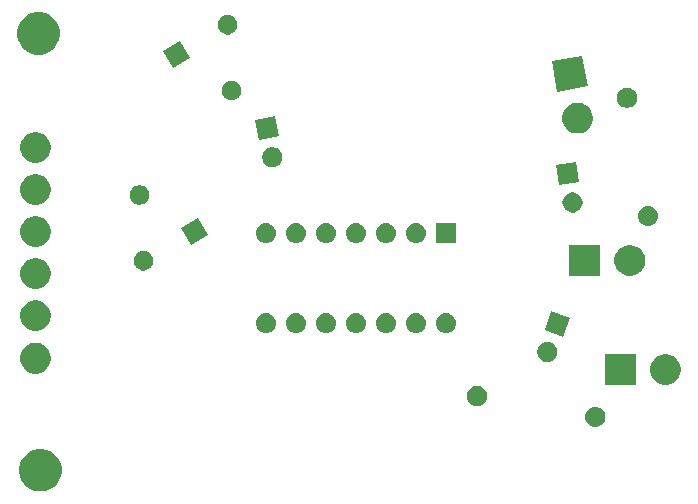
<source format=gbr>
G04 #@! TF.GenerationSoftware,KiCad,Pcbnew,(5.1.2-1)-1*
G04 #@! TF.CreationDate,2021-07-13T12:03:47-04:00*
G04 #@! TF.ProjectId,Ring Modulator - yusynth,52696e67-204d-46f6-9475-6c61746f7220,rev?*
G04 #@! TF.SameCoordinates,Original*
G04 #@! TF.FileFunction,Soldermask,Bot*
G04 #@! TF.FilePolarity,Negative*
%FSLAX46Y46*%
G04 Gerber Fmt 4.6, Leading zero omitted, Abs format (unit mm)*
G04 Created by KiCad (PCBNEW (5.1.2-1)-1) date 2021-07-13 12:03:47*
%MOMM*%
%LPD*%
G04 APERTURE LIST*
%ADD10C,0.100000*%
G04 APERTURE END LIST*
D10*
G36*
X17441731Y-51760611D02*
G01*
X17769492Y-51896374D01*
X18064470Y-52093472D01*
X18315328Y-52344330D01*
X18512426Y-52639308D01*
X18648189Y-52967069D01*
X18717400Y-53315016D01*
X18717400Y-53669784D01*
X18648189Y-54017731D01*
X18512426Y-54345492D01*
X18315328Y-54640470D01*
X18064470Y-54891328D01*
X17769492Y-55088426D01*
X17441731Y-55224189D01*
X17093784Y-55293400D01*
X16739016Y-55293400D01*
X16391069Y-55224189D01*
X16063308Y-55088426D01*
X15768330Y-54891328D01*
X15517472Y-54640470D01*
X15320374Y-54345492D01*
X15184611Y-54017731D01*
X15115400Y-53669784D01*
X15115400Y-53315016D01*
X15184611Y-52967069D01*
X15320374Y-52639308D01*
X15517472Y-52344330D01*
X15768330Y-52093472D01*
X16063308Y-51896374D01*
X16391069Y-51760611D01*
X16739016Y-51691400D01*
X17093784Y-51691400D01*
X17441731Y-51760611D01*
X17441731Y-51760611D01*
G37*
G36*
X64071270Y-48144178D02*
G01*
X64231689Y-48192841D01*
X64364353Y-48263751D01*
X64379525Y-48271861D01*
X64509106Y-48378206D01*
X64615451Y-48507787D01*
X64615452Y-48507789D01*
X64694471Y-48655623D01*
X64743134Y-48816042D01*
X64759564Y-48982865D01*
X64743134Y-49149688D01*
X64694471Y-49310107D01*
X64623561Y-49442771D01*
X64615451Y-49457943D01*
X64509106Y-49587524D01*
X64379525Y-49693869D01*
X64379523Y-49693870D01*
X64231689Y-49772889D01*
X64071270Y-49821552D01*
X63946251Y-49833865D01*
X63862643Y-49833865D01*
X63737624Y-49821552D01*
X63577205Y-49772889D01*
X63429371Y-49693870D01*
X63429369Y-49693869D01*
X63299788Y-49587524D01*
X63193443Y-49457943D01*
X63185333Y-49442771D01*
X63114423Y-49310107D01*
X63065760Y-49149688D01*
X63049330Y-48982865D01*
X63065760Y-48816042D01*
X63114423Y-48655623D01*
X63193442Y-48507789D01*
X63193443Y-48507787D01*
X63299788Y-48378206D01*
X63429369Y-48271861D01*
X63444541Y-48263751D01*
X63577205Y-48192841D01*
X63737624Y-48144178D01*
X63862643Y-48131865D01*
X63946251Y-48131865D01*
X64071270Y-48144178D01*
X64071270Y-48144178D01*
G37*
G36*
X54147028Y-46400303D02*
G01*
X54301900Y-46464453D01*
X54441281Y-46557585D01*
X54559815Y-46676119D01*
X54652947Y-46815500D01*
X54717097Y-46970372D01*
X54749800Y-47134784D01*
X54749800Y-47302416D01*
X54717097Y-47466828D01*
X54652947Y-47621700D01*
X54559815Y-47761081D01*
X54441281Y-47879615D01*
X54301900Y-47972747D01*
X54147028Y-48036897D01*
X53982616Y-48069600D01*
X53814984Y-48069600D01*
X53650572Y-48036897D01*
X53495700Y-47972747D01*
X53356319Y-47879615D01*
X53237785Y-47761081D01*
X53144653Y-47621700D01*
X53080503Y-47466828D01*
X53047800Y-47302416D01*
X53047800Y-47134784D01*
X53080503Y-46970372D01*
X53144653Y-46815500D01*
X53237785Y-46676119D01*
X53356319Y-46557585D01*
X53495700Y-46464453D01*
X53650572Y-46400303D01*
X53814984Y-46367600D01*
X53982616Y-46367600D01*
X54147028Y-46400303D01*
X54147028Y-46400303D01*
G37*
G36*
X70229393Y-43707304D02*
G01*
X70466101Y-43805352D01*
X70466103Y-43805353D01*
X70679135Y-43947696D01*
X70860304Y-44128865D01*
X71002647Y-44341897D01*
X71002648Y-44341899D01*
X71100696Y-44578607D01*
X71150680Y-44829893D01*
X71150680Y-45086107D01*
X71100696Y-45337393D01*
X71002648Y-45574101D01*
X71002647Y-45574103D01*
X70860304Y-45787135D01*
X70679135Y-45968304D01*
X70466103Y-46110647D01*
X70466102Y-46110648D01*
X70466101Y-46110648D01*
X70229393Y-46208696D01*
X69978107Y-46258680D01*
X69721893Y-46258680D01*
X69470607Y-46208696D01*
X69233899Y-46110648D01*
X69233898Y-46110648D01*
X69233897Y-46110647D01*
X69020865Y-45968304D01*
X68839696Y-45787135D01*
X68697353Y-45574103D01*
X68697352Y-45574101D01*
X68599304Y-45337393D01*
X68549320Y-45086107D01*
X68549320Y-44829893D01*
X68599304Y-44578607D01*
X68697352Y-44341899D01*
X68697353Y-44341897D01*
X68839696Y-44128865D01*
X69020865Y-43947696D01*
X69233897Y-43805353D01*
X69233899Y-43805352D01*
X69470607Y-43707304D01*
X69721893Y-43657320D01*
X69978107Y-43657320D01*
X70229393Y-43707304D01*
X70229393Y-43707304D01*
G37*
G36*
X67340680Y-46258680D02*
G01*
X64739320Y-46258680D01*
X64739320Y-43657320D01*
X67340680Y-43657320D01*
X67340680Y-46258680D01*
X67340680Y-46258680D01*
G37*
G36*
X16889393Y-42767504D02*
G01*
X17055280Y-42836217D01*
X17126103Y-42865553D01*
X17339135Y-43007896D01*
X17520304Y-43189065D01*
X17662647Y-43402097D01*
X17662648Y-43402099D01*
X17760696Y-43638807D01*
X17810680Y-43890093D01*
X17810680Y-44146307D01*
X17760696Y-44397593D01*
X17685717Y-44578607D01*
X17662647Y-44634303D01*
X17520304Y-44847335D01*
X17339135Y-45028504D01*
X17126103Y-45170847D01*
X17126102Y-45170848D01*
X17126101Y-45170848D01*
X16889393Y-45268896D01*
X16638107Y-45318880D01*
X16381893Y-45318880D01*
X16130607Y-45268896D01*
X15893899Y-45170848D01*
X15893898Y-45170848D01*
X15893897Y-45170847D01*
X15680865Y-45028504D01*
X15499696Y-44847335D01*
X15357353Y-44634303D01*
X15334283Y-44578607D01*
X15259304Y-44397593D01*
X15209320Y-44146307D01*
X15209320Y-43890093D01*
X15259304Y-43638807D01*
X15357352Y-43402099D01*
X15357353Y-43402097D01*
X15499696Y-43189065D01*
X15680865Y-43007896D01*
X15893897Y-42865553D01*
X15964720Y-42836217D01*
X16130607Y-42767504D01*
X16381893Y-42717520D01*
X16638107Y-42717520D01*
X16889393Y-42767504D01*
X16889393Y-42767504D01*
G37*
G36*
X60099178Y-42678935D02*
G01*
X60254050Y-42743085D01*
X60393431Y-42836217D01*
X60511965Y-42954751D01*
X60605097Y-43094132D01*
X60669247Y-43249004D01*
X60701950Y-43413416D01*
X60701950Y-43581048D01*
X60669247Y-43745460D01*
X60605097Y-43900332D01*
X60511965Y-44039713D01*
X60393431Y-44158247D01*
X60254050Y-44251379D01*
X60099178Y-44315529D01*
X59934766Y-44348232D01*
X59767134Y-44348232D01*
X59602722Y-44315529D01*
X59447850Y-44251379D01*
X59308469Y-44158247D01*
X59189935Y-44039713D01*
X59096803Y-43900332D01*
X59032653Y-43745460D01*
X58999950Y-43581048D01*
X58999950Y-43413416D01*
X59032653Y-43249004D01*
X59096803Y-43094132D01*
X59189935Y-42954751D01*
X59308469Y-42836217D01*
X59447850Y-42743085D01*
X59602722Y-42678935D01*
X59767134Y-42646232D01*
X59934766Y-42646232D01*
X60099178Y-42678935D01*
X60099178Y-42678935D01*
G37*
G36*
X61796738Y-40639381D02*
G01*
X61214619Y-42238738D01*
X59615262Y-41656619D01*
X60197381Y-40057262D01*
X61796738Y-40639381D01*
X61796738Y-40639381D01*
G37*
G36*
X41264023Y-40207713D02*
G01*
X41424442Y-40256376D01*
X41557106Y-40327286D01*
X41572278Y-40335396D01*
X41701859Y-40441741D01*
X41808204Y-40571322D01*
X41808205Y-40571324D01*
X41887224Y-40719158D01*
X41935887Y-40879577D01*
X41952317Y-41046400D01*
X41935887Y-41213223D01*
X41887224Y-41373642D01*
X41861534Y-41421704D01*
X41808204Y-41521478D01*
X41701859Y-41651059D01*
X41572278Y-41757404D01*
X41572276Y-41757405D01*
X41424442Y-41836424D01*
X41264023Y-41885087D01*
X41139004Y-41897400D01*
X41055396Y-41897400D01*
X40930377Y-41885087D01*
X40769958Y-41836424D01*
X40622124Y-41757405D01*
X40622122Y-41757404D01*
X40492541Y-41651059D01*
X40386196Y-41521478D01*
X40332866Y-41421704D01*
X40307176Y-41373642D01*
X40258513Y-41213223D01*
X40242083Y-41046400D01*
X40258513Y-40879577D01*
X40307176Y-40719158D01*
X40386195Y-40571324D01*
X40386196Y-40571322D01*
X40492541Y-40441741D01*
X40622122Y-40335396D01*
X40637294Y-40327286D01*
X40769958Y-40256376D01*
X40930377Y-40207713D01*
X41055396Y-40195400D01*
X41139004Y-40195400D01*
X41264023Y-40207713D01*
X41264023Y-40207713D01*
G37*
G36*
X36184023Y-40207713D02*
G01*
X36344442Y-40256376D01*
X36477106Y-40327286D01*
X36492278Y-40335396D01*
X36621859Y-40441741D01*
X36728204Y-40571322D01*
X36728205Y-40571324D01*
X36807224Y-40719158D01*
X36855887Y-40879577D01*
X36872317Y-41046400D01*
X36855887Y-41213223D01*
X36807224Y-41373642D01*
X36781534Y-41421704D01*
X36728204Y-41521478D01*
X36621859Y-41651059D01*
X36492278Y-41757404D01*
X36492276Y-41757405D01*
X36344442Y-41836424D01*
X36184023Y-41885087D01*
X36059004Y-41897400D01*
X35975396Y-41897400D01*
X35850377Y-41885087D01*
X35689958Y-41836424D01*
X35542124Y-41757405D01*
X35542122Y-41757404D01*
X35412541Y-41651059D01*
X35306196Y-41521478D01*
X35252866Y-41421704D01*
X35227176Y-41373642D01*
X35178513Y-41213223D01*
X35162083Y-41046400D01*
X35178513Y-40879577D01*
X35227176Y-40719158D01*
X35306195Y-40571324D01*
X35306196Y-40571322D01*
X35412541Y-40441741D01*
X35542122Y-40335396D01*
X35557294Y-40327286D01*
X35689958Y-40256376D01*
X35850377Y-40207713D01*
X35975396Y-40195400D01*
X36059004Y-40195400D01*
X36184023Y-40207713D01*
X36184023Y-40207713D01*
G37*
G36*
X43804023Y-40207713D02*
G01*
X43964442Y-40256376D01*
X44097106Y-40327286D01*
X44112278Y-40335396D01*
X44241859Y-40441741D01*
X44348204Y-40571322D01*
X44348205Y-40571324D01*
X44427224Y-40719158D01*
X44475887Y-40879577D01*
X44492317Y-41046400D01*
X44475887Y-41213223D01*
X44427224Y-41373642D01*
X44401534Y-41421704D01*
X44348204Y-41521478D01*
X44241859Y-41651059D01*
X44112278Y-41757404D01*
X44112276Y-41757405D01*
X43964442Y-41836424D01*
X43804023Y-41885087D01*
X43679004Y-41897400D01*
X43595396Y-41897400D01*
X43470377Y-41885087D01*
X43309958Y-41836424D01*
X43162124Y-41757405D01*
X43162122Y-41757404D01*
X43032541Y-41651059D01*
X42926196Y-41521478D01*
X42872866Y-41421704D01*
X42847176Y-41373642D01*
X42798513Y-41213223D01*
X42782083Y-41046400D01*
X42798513Y-40879577D01*
X42847176Y-40719158D01*
X42926195Y-40571324D01*
X42926196Y-40571322D01*
X43032541Y-40441741D01*
X43162122Y-40335396D01*
X43177294Y-40327286D01*
X43309958Y-40256376D01*
X43470377Y-40207713D01*
X43595396Y-40195400D01*
X43679004Y-40195400D01*
X43804023Y-40207713D01*
X43804023Y-40207713D01*
G37*
G36*
X46344023Y-40207713D02*
G01*
X46504442Y-40256376D01*
X46637106Y-40327286D01*
X46652278Y-40335396D01*
X46781859Y-40441741D01*
X46888204Y-40571322D01*
X46888205Y-40571324D01*
X46967224Y-40719158D01*
X47015887Y-40879577D01*
X47032317Y-41046400D01*
X47015887Y-41213223D01*
X46967224Y-41373642D01*
X46941534Y-41421704D01*
X46888204Y-41521478D01*
X46781859Y-41651059D01*
X46652278Y-41757404D01*
X46652276Y-41757405D01*
X46504442Y-41836424D01*
X46344023Y-41885087D01*
X46219004Y-41897400D01*
X46135396Y-41897400D01*
X46010377Y-41885087D01*
X45849958Y-41836424D01*
X45702124Y-41757405D01*
X45702122Y-41757404D01*
X45572541Y-41651059D01*
X45466196Y-41521478D01*
X45412866Y-41421704D01*
X45387176Y-41373642D01*
X45338513Y-41213223D01*
X45322083Y-41046400D01*
X45338513Y-40879577D01*
X45387176Y-40719158D01*
X45466195Y-40571324D01*
X45466196Y-40571322D01*
X45572541Y-40441741D01*
X45702122Y-40335396D01*
X45717294Y-40327286D01*
X45849958Y-40256376D01*
X46010377Y-40207713D01*
X46135396Y-40195400D01*
X46219004Y-40195400D01*
X46344023Y-40207713D01*
X46344023Y-40207713D01*
G37*
G36*
X48884023Y-40207713D02*
G01*
X49044442Y-40256376D01*
X49177106Y-40327286D01*
X49192278Y-40335396D01*
X49321859Y-40441741D01*
X49428204Y-40571322D01*
X49428205Y-40571324D01*
X49507224Y-40719158D01*
X49555887Y-40879577D01*
X49572317Y-41046400D01*
X49555887Y-41213223D01*
X49507224Y-41373642D01*
X49481534Y-41421704D01*
X49428204Y-41521478D01*
X49321859Y-41651059D01*
X49192278Y-41757404D01*
X49192276Y-41757405D01*
X49044442Y-41836424D01*
X48884023Y-41885087D01*
X48759004Y-41897400D01*
X48675396Y-41897400D01*
X48550377Y-41885087D01*
X48389958Y-41836424D01*
X48242124Y-41757405D01*
X48242122Y-41757404D01*
X48112541Y-41651059D01*
X48006196Y-41521478D01*
X47952866Y-41421704D01*
X47927176Y-41373642D01*
X47878513Y-41213223D01*
X47862083Y-41046400D01*
X47878513Y-40879577D01*
X47927176Y-40719158D01*
X48006195Y-40571324D01*
X48006196Y-40571322D01*
X48112541Y-40441741D01*
X48242122Y-40335396D01*
X48257294Y-40327286D01*
X48389958Y-40256376D01*
X48550377Y-40207713D01*
X48675396Y-40195400D01*
X48759004Y-40195400D01*
X48884023Y-40207713D01*
X48884023Y-40207713D01*
G37*
G36*
X51424023Y-40207713D02*
G01*
X51584442Y-40256376D01*
X51717106Y-40327286D01*
X51732278Y-40335396D01*
X51861859Y-40441741D01*
X51968204Y-40571322D01*
X51968205Y-40571324D01*
X52047224Y-40719158D01*
X52095887Y-40879577D01*
X52112317Y-41046400D01*
X52095887Y-41213223D01*
X52047224Y-41373642D01*
X52021534Y-41421704D01*
X51968204Y-41521478D01*
X51861859Y-41651059D01*
X51732278Y-41757404D01*
X51732276Y-41757405D01*
X51584442Y-41836424D01*
X51424023Y-41885087D01*
X51299004Y-41897400D01*
X51215396Y-41897400D01*
X51090377Y-41885087D01*
X50929958Y-41836424D01*
X50782124Y-41757405D01*
X50782122Y-41757404D01*
X50652541Y-41651059D01*
X50546196Y-41521478D01*
X50492866Y-41421704D01*
X50467176Y-41373642D01*
X50418513Y-41213223D01*
X50402083Y-41046400D01*
X50418513Y-40879577D01*
X50467176Y-40719158D01*
X50546195Y-40571324D01*
X50546196Y-40571322D01*
X50652541Y-40441741D01*
X50782122Y-40335396D01*
X50797294Y-40327286D01*
X50929958Y-40256376D01*
X51090377Y-40207713D01*
X51215396Y-40195400D01*
X51299004Y-40195400D01*
X51424023Y-40207713D01*
X51424023Y-40207713D01*
G37*
G36*
X38724023Y-40207713D02*
G01*
X38884442Y-40256376D01*
X39017106Y-40327286D01*
X39032278Y-40335396D01*
X39161859Y-40441741D01*
X39268204Y-40571322D01*
X39268205Y-40571324D01*
X39347224Y-40719158D01*
X39395887Y-40879577D01*
X39412317Y-41046400D01*
X39395887Y-41213223D01*
X39347224Y-41373642D01*
X39321534Y-41421704D01*
X39268204Y-41521478D01*
X39161859Y-41651059D01*
X39032278Y-41757404D01*
X39032276Y-41757405D01*
X38884442Y-41836424D01*
X38724023Y-41885087D01*
X38599004Y-41897400D01*
X38515396Y-41897400D01*
X38390377Y-41885087D01*
X38229958Y-41836424D01*
X38082124Y-41757405D01*
X38082122Y-41757404D01*
X37952541Y-41651059D01*
X37846196Y-41521478D01*
X37792866Y-41421704D01*
X37767176Y-41373642D01*
X37718513Y-41213223D01*
X37702083Y-41046400D01*
X37718513Y-40879577D01*
X37767176Y-40719158D01*
X37846195Y-40571324D01*
X37846196Y-40571322D01*
X37952541Y-40441741D01*
X38082122Y-40335396D01*
X38097294Y-40327286D01*
X38229958Y-40256376D01*
X38390377Y-40207713D01*
X38515396Y-40195400D01*
X38599004Y-40195400D01*
X38724023Y-40207713D01*
X38724023Y-40207713D01*
G37*
G36*
X16889393Y-39160704D02*
G01*
X17126101Y-39258752D01*
X17126103Y-39258753D01*
X17339135Y-39401096D01*
X17520304Y-39582265D01*
X17662647Y-39795297D01*
X17662648Y-39795299D01*
X17760696Y-40032007D01*
X17810680Y-40283293D01*
X17810680Y-40539507D01*
X17760696Y-40790793D01*
X17723921Y-40879575D01*
X17662647Y-41027503D01*
X17520304Y-41240535D01*
X17339135Y-41421704D01*
X17126103Y-41564047D01*
X17126102Y-41564048D01*
X17126101Y-41564048D01*
X16889393Y-41662096D01*
X16638107Y-41712080D01*
X16381893Y-41712080D01*
X16130607Y-41662096D01*
X15893899Y-41564048D01*
X15893898Y-41564048D01*
X15893897Y-41564047D01*
X15680865Y-41421704D01*
X15499696Y-41240535D01*
X15357353Y-41027503D01*
X15296079Y-40879575D01*
X15259304Y-40790793D01*
X15209320Y-40539507D01*
X15209320Y-40283293D01*
X15259304Y-40032007D01*
X15357352Y-39795299D01*
X15357353Y-39795297D01*
X15499696Y-39582265D01*
X15680865Y-39401096D01*
X15893897Y-39258753D01*
X15893899Y-39258752D01*
X16130607Y-39160704D01*
X16381893Y-39110720D01*
X16638107Y-39110720D01*
X16889393Y-39160704D01*
X16889393Y-39160704D01*
G37*
G36*
X16889393Y-35579304D02*
G01*
X17126101Y-35677352D01*
X17126103Y-35677353D01*
X17339135Y-35819696D01*
X17520304Y-36000865D01*
X17662647Y-36213897D01*
X17662648Y-36213899D01*
X17760696Y-36450607D01*
X17810680Y-36701893D01*
X17810680Y-36958107D01*
X17760696Y-37209393D01*
X17662648Y-37446101D01*
X17662647Y-37446103D01*
X17520304Y-37659135D01*
X17339135Y-37840304D01*
X17126103Y-37982647D01*
X17126102Y-37982648D01*
X17126101Y-37982648D01*
X16889393Y-38080696D01*
X16638107Y-38130680D01*
X16381893Y-38130680D01*
X16130607Y-38080696D01*
X15893899Y-37982648D01*
X15893898Y-37982648D01*
X15893897Y-37982647D01*
X15680865Y-37840304D01*
X15499696Y-37659135D01*
X15357353Y-37446103D01*
X15357352Y-37446101D01*
X15259304Y-37209393D01*
X15209320Y-36958107D01*
X15209320Y-36701893D01*
X15259304Y-36450607D01*
X15357352Y-36213899D01*
X15357353Y-36213897D01*
X15499696Y-36000865D01*
X15680865Y-35819696D01*
X15893897Y-35677353D01*
X15893899Y-35677352D01*
X16130607Y-35579304D01*
X16381893Y-35529320D01*
X16638107Y-35529320D01*
X16889393Y-35579304D01*
X16889393Y-35579304D01*
G37*
G36*
X67206793Y-34487104D02*
G01*
X67418219Y-34574680D01*
X67443503Y-34585153D01*
X67656535Y-34727496D01*
X67837704Y-34908665D01*
X67980047Y-35121697D01*
X67980048Y-35121699D01*
X68078096Y-35358407D01*
X68128080Y-35609693D01*
X68128080Y-35865907D01*
X68078096Y-36117193D01*
X68002149Y-36300545D01*
X67980047Y-36353903D01*
X67837704Y-36566935D01*
X67656535Y-36748104D01*
X67443503Y-36890447D01*
X67443502Y-36890448D01*
X67443501Y-36890448D01*
X67206793Y-36988496D01*
X66955507Y-37038480D01*
X66699293Y-37038480D01*
X66448007Y-36988496D01*
X66211299Y-36890448D01*
X66211298Y-36890448D01*
X66211297Y-36890447D01*
X65998265Y-36748104D01*
X65817096Y-36566935D01*
X65674753Y-36353903D01*
X65652651Y-36300545D01*
X65576704Y-36117193D01*
X65526720Y-35865907D01*
X65526720Y-35609693D01*
X65576704Y-35358407D01*
X65674752Y-35121699D01*
X65674753Y-35121697D01*
X65817096Y-34908665D01*
X65998265Y-34727496D01*
X66211297Y-34585153D01*
X66236581Y-34574680D01*
X66448007Y-34487104D01*
X66699293Y-34437120D01*
X66955507Y-34437120D01*
X67206793Y-34487104D01*
X67206793Y-34487104D01*
G37*
G36*
X64318080Y-37038480D02*
G01*
X61716720Y-37038480D01*
X61716720Y-34437120D01*
X64318080Y-34437120D01*
X64318080Y-37038480D01*
X64318080Y-37038480D01*
G37*
G36*
X25882808Y-34979742D02*
G01*
X26033131Y-35042008D01*
X26168418Y-35132404D01*
X26283469Y-35247455D01*
X26373865Y-35382742D01*
X26436131Y-35533065D01*
X26467873Y-35692646D01*
X26467873Y-35855354D01*
X26436131Y-36014935D01*
X26373865Y-36165258D01*
X26283469Y-36300545D01*
X26168418Y-36415596D01*
X26033131Y-36505992D01*
X25882808Y-36568258D01*
X25723227Y-36600000D01*
X25560519Y-36600000D01*
X25400938Y-36568258D01*
X25250615Y-36505992D01*
X25115328Y-36415596D01*
X25000277Y-36300545D01*
X24909881Y-36165258D01*
X24847615Y-36014935D01*
X24815873Y-35855354D01*
X24815873Y-35692646D01*
X24847615Y-35533065D01*
X24909881Y-35382742D01*
X25000277Y-35247455D01*
X25115328Y-35132404D01*
X25250615Y-35042008D01*
X25400938Y-34979742D01*
X25560519Y-34948000D01*
X25723227Y-34948000D01*
X25882808Y-34979742D01*
X25882808Y-34979742D01*
G37*
G36*
X16889393Y-32023304D02*
G01*
X17126101Y-32121352D01*
X17126103Y-32121353D01*
X17339135Y-32263696D01*
X17520304Y-32444865D01*
X17648267Y-32636376D01*
X17662648Y-32657899D01*
X17760696Y-32894607D01*
X17810680Y-33145893D01*
X17810680Y-33402107D01*
X17760696Y-33653393D01*
X17719171Y-33753642D01*
X17662647Y-33890103D01*
X17520304Y-34103135D01*
X17339135Y-34284304D01*
X17126103Y-34426647D01*
X17126102Y-34426648D01*
X17126101Y-34426648D01*
X16889393Y-34524696D01*
X16638107Y-34574680D01*
X16381893Y-34574680D01*
X16130607Y-34524696D01*
X15893899Y-34426648D01*
X15893898Y-34426648D01*
X15893897Y-34426647D01*
X15680865Y-34284304D01*
X15499696Y-34103135D01*
X15357353Y-33890103D01*
X15300829Y-33753642D01*
X15259304Y-33653393D01*
X15209320Y-33402107D01*
X15209320Y-33145893D01*
X15259304Y-32894607D01*
X15357352Y-32657899D01*
X15371733Y-32636376D01*
X15499696Y-32444865D01*
X15680865Y-32263696D01*
X15893897Y-32121353D01*
X15893899Y-32121352D01*
X16130607Y-32023304D01*
X16381893Y-31973320D01*
X16638107Y-31973320D01*
X16889393Y-32023304D01*
X16889393Y-32023304D01*
G37*
G36*
X31100338Y-33576337D02*
G01*
X29669663Y-34402338D01*
X28843662Y-32971663D01*
X30274337Y-32145662D01*
X31100338Y-33576337D01*
X31100338Y-33576337D01*
G37*
G36*
X52108200Y-34277400D02*
G01*
X50406200Y-34277400D01*
X50406200Y-32575400D01*
X52108200Y-32575400D01*
X52108200Y-34277400D01*
X52108200Y-34277400D01*
G37*
G36*
X46344023Y-32587713D02*
G01*
X46504442Y-32636376D01*
X46637106Y-32707286D01*
X46652278Y-32715396D01*
X46781859Y-32821741D01*
X46888204Y-32951322D01*
X46888205Y-32951324D01*
X46967224Y-33099158D01*
X47015887Y-33259577D01*
X47032317Y-33426400D01*
X47015887Y-33593223D01*
X46967224Y-33753642D01*
X46896314Y-33886306D01*
X46888204Y-33901478D01*
X46781859Y-34031059D01*
X46652278Y-34137404D01*
X46652276Y-34137405D01*
X46504442Y-34216424D01*
X46344023Y-34265087D01*
X46219004Y-34277400D01*
X46135396Y-34277400D01*
X46010377Y-34265087D01*
X45849958Y-34216424D01*
X45702124Y-34137405D01*
X45702122Y-34137404D01*
X45572541Y-34031059D01*
X45466196Y-33901478D01*
X45458086Y-33886306D01*
X45387176Y-33753642D01*
X45338513Y-33593223D01*
X45322083Y-33426400D01*
X45338513Y-33259577D01*
X45387176Y-33099158D01*
X45466195Y-32951324D01*
X45466196Y-32951322D01*
X45572541Y-32821741D01*
X45702122Y-32715396D01*
X45717294Y-32707286D01*
X45849958Y-32636376D01*
X46010377Y-32587713D01*
X46135396Y-32575400D01*
X46219004Y-32575400D01*
X46344023Y-32587713D01*
X46344023Y-32587713D01*
G37*
G36*
X43804023Y-32587713D02*
G01*
X43964442Y-32636376D01*
X44097106Y-32707286D01*
X44112278Y-32715396D01*
X44241859Y-32821741D01*
X44348204Y-32951322D01*
X44348205Y-32951324D01*
X44427224Y-33099158D01*
X44475887Y-33259577D01*
X44492317Y-33426400D01*
X44475887Y-33593223D01*
X44427224Y-33753642D01*
X44356314Y-33886306D01*
X44348204Y-33901478D01*
X44241859Y-34031059D01*
X44112278Y-34137404D01*
X44112276Y-34137405D01*
X43964442Y-34216424D01*
X43804023Y-34265087D01*
X43679004Y-34277400D01*
X43595396Y-34277400D01*
X43470377Y-34265087D01*
X43309958Y-34216424D01*
X43162124Y-34137405D01*
X43162122Y-34137404D01*
X43032541Y-34031059D01*
X42926196Y-33901478D01*
X42918086Y-33886306D01*
X42847176Y-33753642D01*
X42798513Y-33593223D01*
X42782083Y-33426400D01*
X42798513Y-33259577D01*
X42847176Y-33099158D01*
X42926195Y-32951324D01*
X42926196Y-32951322D01*
X43032541Y-32821741D01*
X43162122Y-32715396D01*
X43177294Y-32707286D01*
X43309958Y-32636376D01*
X43470377Y-32587713D01*
X43595396Y-32575400D01*
X43679004Y-32575400D01*
X43804023Y-32587713D01*
X43804023Y-32587713D01*
G37*
G36*
X41264023Y-32587713D02*
G01*
X41424442Y-32636376D01*
X41557106Y-32707286D01*
X41572278Y-32715396D01*
X41701859Y-32821741D01*
X41808204Y-32951322D01*
X41808205Y-32951324D01*
X41887224Y-33099158D01*
X41935887Y-33259577D01*
X41952317Y-33426400D01*
X41935887Y-33593223D01*
X41887224Y-33753642D01*
X41816314Y-33886306D01*
X41808204Y-33901478D01*
X41701859Y-34031059D01*
X41572278Y-34137404D01*
X41572276Y-34137405D01*
X41424442Y-34216424D01*
X41264023Y-34265087D01*
X41139004Y-34277400D01*
X41055396Y-34277400D01*
X40930377Y-34265087D01*
X40769958Y-34216424D01*
X40622124Y-34137405D01*
X40622122Y-34137404D01*
X40492541Y-34031059D01*
X40386196Y-33901478D01*
X40378086Y-33886306D01*
X40307176Y-33753642D01*
X40258513Y-33593223D01*
X40242083Y-33426400D01*
X40258513Y-33259577D01*
X40307176Y-33099158D01*
X40386195Y-32951324D01*
X40386196Y-32951322D01*
X40492541Y-32821741D01*
X40622122Y-32715396D01*
X40637294Y-32707286D01*
X40769958Y-32636376D01*
X40930377Y-32587713D01*
X41055396Y-32575400D01*
X41139004Y-32575400D01*
X41264023Y-32587713D01*
X41264023Y-32587713D01*
G37*
G36*
X38724023Y-32587713D02*
G01*
X38884442Y-32636376D01*
X39017106Y-32707286D01*
X39032278Y-32715396D01*
X39161859Y-32821741D01*
X39268204Y-32951322D01*
X39268205Y-32951324D01*
X39347224Y-33099158D01*
X39395887Y-33259577D01*
X39412317Y-33426400D01*
X39395887Y-33593223D01*
X39347224Y-33753642D01*
X39276314Y-33886306D01*
X39268204Y-33901478D01*
X39161859Y-34031059D01*
X39032278Y-34137404D01*
X39032276Y-34137405D01*
X38884442Y-34216424D01*
X38724023Y-34265087D01*
X38599004Y-34277400D01*
X38515396Y-34277400D01*
X38390377Y-34265087D01*
X38229958Y-34216424D01*
X38082124Y-34137405D01*
X38082122Y-34137404D01*
X37952541Y-34031059D01*
X37846196Y-33901478D01*
X37838086Y-33886306D01*
X37767176Y-33753642D01*
X37718513Y-33593223D01*
X37702083Y-33426400D01*
X37718513Y-33259577D01*
X37767176Y-33099158D01*
X37846195Y-32951324D01*
X37846196Y-32951322D01*
X37952541Y-32821741D01*
X38082122Y-32715396D01*
X38097294Y-32707286D01*
X38229958Y-32636376D01*
X38390377Y-32587713D01*
X38515396Y-32575400D01*
X38599004Y-32575400D01*
X38724023Y-32587713D01*
X38724023Y-32587713D01*
G37*
G36*
X36184023Y-32587713D02*
G01*
X36344442Y-32636376D01*
X36477106Y-32707286D01*
X36492278Y-32715396D01*
X36621859Y-32821741D01*
X36728204Y-32951322D01*
X36728205Y-32951324D01*
X36807224Y-33099158D01*
X36855887Y-33259577D01*
X36872317Y-33426400D01*
X36855887Y-33593223D01*
X36807224Y-33753642D01*
X36736314Y-33886306D01*
X36728204Y-33901478D01*
X36621859Y-34031059D01*
X36492278Y-34137404D01*
X36492276Y-34137405D01*
X36344442Y-34216424D01*
X36184023Y-34265087D01*
X36059004Y-34277400D01*
X35975396Y-34277400D01*
X35850377Y-34265087D01*
X35689958Y-34216424D01*
X35542124Y-34137405D01*
X35542122Y-34137404D01*
X35412541Y-34031059D01*
X35306196Y-33901478D01*
X35298086Y-33886306D01*
X35227176Y-33753642D01*
X35178513Y-33593223D01*
X35162083Y-33426400D01*
X35178513Y-33259577D01*
X35227176Y-33099158D01*
X35306195Y-32951324D01*
X35306196Y-32951322D01*
X35412541Y-32821741D01*
X35542122Y-32715396D01*
X35557294Y-32707286D01*
X35689958Y-32636376D01*
X35850377Y-32587713D01*
X35975396Y-32575400D01*
X36059004Y-32575400D01*
X36184023Y-32587713D01*
X36184023Y-32587713D01*
G37*
G36*
X48884023Y-32587713D02*
G01*
X49044442Y-32636376D01*
X49177106Y-32707286D01*
X49192278Y-32715396D01*
X49321859Y-32821741D01*
X49428204Y-32951322D01*
X49428205Y-32951324D01*
X49507224Y-33099158D01*
X49555887Y-33259577D01*
X49572317Y-33426400D01*
X49555887Y-33593223D01*
X49507224Y-33753642D01*
X49436314Y-33886306D01*
X49428204Y-33901478D01*
X49321859Y-34031059D01*
X49192278Y-34137404D01*
X49192276Y-34137405D01*
X49044442Y-34216424D01*
X48884023Y-34265087D01*
X48759004Y-34277400D01*
X48675396Y-34277400D01*
X48550377Y-34265087D01*
X48389958Y-34216424D01*
X48242124Y-34137405D01*
X48242122Y-34137404D01*
X48112541Y-34031059D01*
X48006196Y-33901478D01*
X47998086Y-33886306D01*
X47927176Y-33753642D01*
X47878513Y-33593223D01*
X47862083Y-33426400D01*
X47878513Y-33259577D01*
X47927176Y-33099158D01*
X48006195Y-32951324D01*
X48006196Y-32951322D01*
X48112541Y-32821741D01*
X48242122Y-32715396D01*
X48257294Y-32707286D01*
X48389958Y-32636376D01*
X48550377Y-32587713D01*
X48675396Y-32575400D01*
X48759004Y-32575400D01*
X48884023Y-32587713D01*
X48884023Y-32587713D01*
G37*
G36*
X68529888Y-31137960D02*
G01*
X68690307Y-31186623D01*
X68784398Y-31236916D01*
X68838143Y-31265643D01*
X68967724Y-31371988D01*
X69074069Y-31501569D01*
X69074070Y-31501571D01*
X69153089Y-31649405D01*
X69201752Y-31809824D01*
X69218182Y-31976647D01*
X69201752Y-32143470D01*
X69153089Y-32303889D01*
X69082179Y-32436553D01*
X69074069Y-32451725D01*
X68967724Y-32581306D01*
X68838143Y-32687651D01*
X68838141Y-32687652D01*
X68690307Y-32766671D01*
X68529888Y-32815334D01*
X68404869Y-32827647D01*
X68321261Y-32827647D01*
X68196242Y-32815334D01*
X68035823Y-32766671D01*
X67887989Y-32687652D01*
X67887987Y-32687651D01*
X67758406Y-32581306D01*
X67652061Y-32451725D01*
X67643951Y-32436553D01*
X67573041Y-32303889D01*
X67524378Y-32143470D01*
X67507948Y-31976647D01*
X67524378Y-31809824D01*
X67573041Y-31649405D01*
X67652060Y-31501571D01*
X67652061Y-31501569D01*
X67758406Y-31371988D01*
X67887987Y-31265643D01*
X67941732Y-31236916D01*
X68035823Y-31186623D01*
X68196242Y-31137960D01*
X68321261Y-31125647D01*
X68404869Y-31125647D01*
X68529888Y-31137960D01*
X68529888Y-31137960D01*
G37*
G36*
X62226548Y-30015522D02*
G01*
X62381420Y-30079672D01*
X62520801Y-30172804D01*
X62639335Y-30291338D01*
X62732467Y-30430719D01*
X62796617Y-30585591D01*
X62829320Y-30750003D01*
X62829320Y-30917635D01*
X62796617Y-31082047D01*
X62732467Y-31236919D01*
X62639335Y-31376300D01*
X62520801Y-31494834D01*
X62381420Y-31587966D01*
X62226548Y-31652116D01*
X62062136Y-31684819D01*
X61894504Y-31684819D01*
X61730092Y-31652116D01*
X61575220Y-31587966D01*
X61435839Y-31494834D01*
X61317305Y-31376300D01*
X61224173Y-31236919D01*
X61160023Y-31082047D01*
X61127320Y-30917635D01*
X61127320Y-30750003D01*
X61160023Y-30585591D01*
X61224173Y-30430719D01*
X61317305Y-30291338D01*
X61435839Y-30172804D01*
X61575220Y-30079672D01*
X61730092Y-30015522D01*
X61894504Y-29982819D01*
X62062136Y-29982819D01*
X62226548Y-30015522D01*
X62226548Y-30015522D01*
G37*
G36*
X25547871Y-29399615D02*
G01*
X25698194Y-29461881D01*
X25833481Y-29552277D01*
X25948532Y-29667328D01*
X26038928Y-29802615D01*
X26101194Y-29952938D01*
X26132936Y-30112519D01*
X26132936Y-30275227D01*
X26101194Y-30434808D01*
X26038928Y-30585131D01*
X25948532Y-30720418D01*
X25833481Y-30835469D01*
X25698194Y-30925865D01*
X25547871Y-30988131D01*
X25388290Y-31019873D01*
X25225582Y-31019873D01*
X25066001Y-30988131D01*
X24915678Y-30925865D01*
X24780391Y-30835469D01*
X24665340Y-30720418D01*
X24574944Y-30585131D01*
X24512678Y-30434808D01*
X24480936Y-30275227D01*
X24480936Y-30112519D01*
X24512678Y-29952938D01*
X24574944Y-29802615D01*
X24665340Y-29667328D01*
X24780391Y-29552277D01*
X24915678Y-29461881D01*
X25066001Y-29399615D01*
X25225582Y-29367873D01*
X25388290Y-29367873D01*
X25547871Y-29399615D01*
X25547871Y-29399615D01*
G37*
G36*
X16889393Y-28467304D02*
G01*
X17126101Y-28565352D01*
X17126103Y-28565353D01*
X17339135Y-28707696D01*
X17520304Y-28888865D01*
X17662647Y-29101897D01*
X17662648Y-29101899D01*
X17760696Y-29338607D01*
X17810680Y-29589893D01*
X17810680Y-29846107D01*
X17760696Y-30097393D01*
X17662648Y-30334101D01*
X17662647Y-30334103D01*
X17520304Y-30547135D01*
X17339135Y-30728304D01*
X17126103Y-30870647D01*
X17126102Y-30870648D01*
X17126101Y-30870648D01*
X16889393Y-30968696D01*
X16638107Y-31018680D01*
X16381893Y-31018680D01*
X16130607Y-30968696D01*
X15893899Y-30870648D01*
X15893898Y-30870648D01*
X15893897Y-30870647D01*
X15680865Y-30728304D01*
X15499696Y-30547135D01*
X15357353Y-30334103D01*
X15357352Y-30334101D01*
X15259304Y-30097393D01*
X15209320Y-29846107D01*
X15209320Y-29589893D01*
X15259304Y-29338607D01*
X15357352Y-29101899D01*
X15357353Y-29101897D01*
X15499696Y-28888865D01*
X15680865Y-28707696D01*
X15893897Y-28565353D01*
X15893899Y-28565352D01*
X16130607Y-28467304D01*
X16381893Y-28417320D01*
X16638107Y-28417320D01*
X16889393Y-28467304D01*
X16889393Y-28467304D01*
G37*
G36*
X62530046Y-29062097D02*
G01*
X60853903Y-29357646D01*
X60558354Y-27681503D01*
X62234497Y-27385954D01*
X62530046Y-29062097D01*
X62530046Y-29062097D01*
G37*
G36*
X36801148Y-26180122D02*
G01*
X36956020Y-26244272D01*
X37095401Y-26337404D01*
X37213935Y-26455938D01*
X37307067Y-26595319D01*
X37371217Y-26750191D01*
X37403920Y-26914603D01*
X37403920Y-27082235D01*
X37371217Y-27246647D01*
X37307067Y-27401519D01*
X37213935Y-27540900D01*
X37095401Y-27659434D01*
X36956020Y-27752566D01*
X36801148Y-27816716D01*
X36636736Y-27849419D01*
X36469104Y-27849419D01*
X36304692Y-27816716D01*
X36149820Y-27752566D01*
X36010439Y-27659434D01*
X35891905Y-27540900D01*
X35798773Y-27401519D01*
X35734623Y-27246647D01*
X35701920Y-27082235D01*
X35701920Y-26914603D01*
X35734623Y-26750191D01*
X35798773Y-26595319D01*
X35891905Y-26455938D01*
X36010439Y-26337404D01*
X36149820Y-26244272D01*
X36304692Y-26180122D01*
X36469104Y-26147419D01*
X36636736Y-26147419D01*
X36801148Y-26180122D01*
X36801148Y-26180122D01*
G37*
G36*
X16889393Y-24911304D02*
G01*
X17126101Y-25009352D01*
X17126103Y-25009353D01*
X17339135Y-25151696D01*
X17520304Y-25332865D01*
X17646844Y-25522246D01*
X17662648Y-25545899D01*
X17760696Y-25782607D01*
X17810680Y-26033893D01*
X17810680Y-26290107D01*
X17760696Y-26541393D01*
X17674209Y-26750190D01*
X17662647Y-26778103D01*
X17520304Y-26991135D01*
X17339135Y-27172304D01*
X17126103Y-27314647D01*
X17126102Y-27314648D01*
X17126101Y-27314648D01*
X16889393Y-27412696D01*
X16638107Y-27462680D01*
X16381893Y-27462680D01*
X16130607Y-27412696D01*
X15893899Y-27314648D01*
X15893898Y-27314648D01*
X15893897Y-27314647D01*
X15680865Y-27172304D01*
X15499696Y-26991135D01*
X15357353Y-26778103D01*
X15345791Y-26750190D01*
X15259304Y-26541393D01*
X15209320Y-26290107D01*
X15209320Y-26033893D01*
X15259304Y-25782607D01*
X15357352Y-25545899D01*
X15373156Y-25522246D01*
X15499696Y-25332865D01*
X15680865Y-25151696D01*
X15893897Y-25009353D01*
X15893899Y-25009352D01*
X16130607Y-24911304D01*
X16381893Y-24861320D01*
X16638107Y-24861320D01*
X16889393Y-24911304D01*
X16889393Y-24911304D01*
G37*
G36*
X37104646Y-25226697D02*
G01*
X35428503Y-25522246D01*
X35132954Y-23846103D01*
X36809097Y-23550554D01*
X37104646Y-25226697D01*
X37104646Y-25226697D01*
G37*
G36*
X62788393Y-22440422D02*
G01*
X62964772Y-22513481D01*
X63025103Y-22538471D01*
X63238135Y-22680814D01*
X63419304Y-22861983D01*
X63561647Y-23075015D01*
X63561648Y-23075017D01*
X63659696Y-23311725D01*
X63709680Y-23563011D01*
X63709680Y-23819225D01*
X63659696Y-24070511D01*
X63561648Y-24307219D01*
X63561647Y-24307221D01*
X63419304Y-24520253D01*
X63238135Y-24701422D01*
X63025103Y-24843765D01*
X63025102Y-24843766D01*
X63025101Y-24843766D01*
X62788393Y-24941814D01*
X62537107Y-24991798D01*
X62280893Y-24991798D01*
X62029607Y-24941814D01*
X61792899Y-24843766D01*
X61792898Y-24843766D01*
X61792897Y-24843765D01*
X61579865Y-24701422D01*
X61398696Y-24520253D01*
X61256353Y-24307221D01*
X61256352Y-24307219D01*
X61158304Y-24070511D01*
X61108320Y-23819225D01*
X61108320Y-23563011D01*
X61158304Y-23311725D01*
X61256352Y-23075017D01*
X61256353Y-23075015D01*
X61398696Y-22861983D01*
X61579865Y-22680814D01*
X61792897Y-22538471D01*
X61853228Y-22513481D01*
X62029607Y-22440422D01*
X62280893Y-22390438D01*
X62537107Y-22390438D01*
X62788393Y-22440422D01*
X62788393Y-22440422D01*
G37*
G36*
X66847028Y-21152703D02*
G01*
X67001900Y-21216853D01*
X67141281Y-21309985D01*
X67259815Y-21428519D01*
X67352947Y-21567900D01*
X67417097Y-21722772D01*
X67449800Y-21887184D01*
X67449800Y-22054816D01*
X67417097Y-22219228D01*
X67352947Y-22374100D01*
X67259815Y-22513481D01*
X67141281Y-22632015D01*
X67001900Y-22725147D01*
X66847028Y-22789297D01*
X66682616Y-22822000D01*
X66514984Y-22822000D01*
X66350572Y-22789297D01*
X66195700Y-22725147D01*
X66056319Y-22632015D01*
X65937785Y-22513481D01*
X65844653Y-22374100D01*
X65780503Y-22219228D01*
X65747800Y-22054816D01*
X65747800Y-21887184D01*
X65780503Y-21722772D01*
X65844653Y-21567900D01*
X65937785Y-21428519D01*
X66056319Y-21309985D01*
X66195700Y-21216853D01*
X66350572Y-21152703D01*
X66514984Y-21120000D01*
X66682616Y-21120000D01*
X66847028Y-21152703D01*
X66847028Y-21152703D01*
G37*
G36*
X33353999Y-20573869D02*
G01*
X33504322Y-20636135D01*
X33639609Y-20726531D01*
X33754660Y-20841582D01*
X33845056Y-20976869D01*
X33907322Y-21127192D01*
X33939064Y-21286773D01*
X33939064Y-21449481D01*
X33907322Y-21609062D01*
X33845056Y-21759385D01*
X33754660Y-21894672D01*
X33639609Y-22009723D01*
X33504322Y-22100119D01*
X33353999Y-22162385D01*
X33194418Y-22194127D01*
X33031710Y-22194127D01*
X32872129Y-22162385D01*
X32721806Y-22100119D01*
X32586519Y-22009723D01*
X32471468Y-21894672D01*
X32381072Y-21759385D01*
X32318806Y-21609062D01*
X32287064Y-21449481D01*
X32287064Y-21286773D01*
X32318806Y-21127192D01*
X32381072Y-20976869D01*
X32471468Y-20841582D01*
X32586519Y-20726531D01*
X32721806Y-20636135D01*
X32872129Y-20573869D01*
X33031710Y-20542127D01*
X33194418Y-20542127D01*
X33353999Y-20573869D01*
X33353999Y-20573869D01*
G37*
G36*
X63254180Y-20994059D02*
G01*
X60692341Y-21445780D01*
X60240620Y-18883941D01*
X62802459Y-18432220D01*
X63254180Y-20994059D01*
X63254180Y-20994059D01*
G37*
G36*
X29576338Y-18590337D02*
G01*
X28145663Y-19416338D01*
X27319662Y-17985663D01*
X28750337Y-17159662D01*
X29576338Y-18590337D01*
X29576338Y-18590337D01*
G37*
G36*
X17289331Y-14778211D02*
G01*
X17617092Y-14913974D01*
X17912070Y-15111072D01*
X18162928Y-15361930D01*
X18360026Y-15656908D01*
X18495789Y-15984669D01*
X18565000Y-16332616D01*
X18565000Y-16687384D01*
X18495789Y-17035331D01*
X18360026Y-17363092D01*
X18162928Y-17658070D01*
X17912070Y-17908928D01*
X17617092Y-18106026D01*
X17289331Y-18241789D01*
X16941384Y-18311000D01*
X16586616Y-18311000D01*
X16238669Y-18241789D01*
X15910908Y-18106026D01*
X15615930Y-17908928D01*
X15365072Y-17658070D01*
X15167974Y-17363092D01*
X15032211Y-17035331D01*
X14963000Y-16687384D01*
X14963000Y-16332616D01*
X15032211Y-15984669D01*
X15167974Y-15656908D01*
X15365072Y-15361930D01*
X15615930Y-15111072D01*
X15910908Y-14913974D01*
X16238669Y-14778211D01*
X16586616Y-14709000D01*
X16941384Y-14709000D01*
X17289331Y-14778211D01*
X17289331Y-14778211D01*
G37*
G36*
X33019062Y-14993742D02*
G01*
X33169385Y-15056008D01*
X33304672Y-15146404D01*
X33419723Y-15261455D01*
X33510119Y-15396742D01*
X33572385Y-15547065D01*
X33604127Y-15706646D01*
X33604127Y-15869354D01*
X33572385Y-16028935D01*
X33510119Y-16179258D01*
X33419723Y-16314545D01*
X33304672Y-16429596D01*
X33169385Y-16519992D01*
X33019062Y-16582258D01*
X32859481Y-16614000D01*
X32696773Y-16614000D01*
X32537192Y-16582258D01*
X32386869Y-16519992D01*
X32251582Y-16429596D01*
X32136531Y-16314545D01*
X32046135Y-16179258D01*
X31983869Y-16028935D01*
X31952127Y-15869354D01*
X31952127Y-15706646D01*
X31983869Y-15547065D01*
X32046135Y-15396742D01*
X32136531Y-15261455D01*
X32251582Y-15146404D01*
X32386869Y-15056008D01*
X32537192Y-14993742D01*
X32696773Y-14962000D01*
X32859481Y-14962000D01*
X33019062Y-14993742D01*
X33019062Y-14993742D01*
G37*
M02*

</source>
